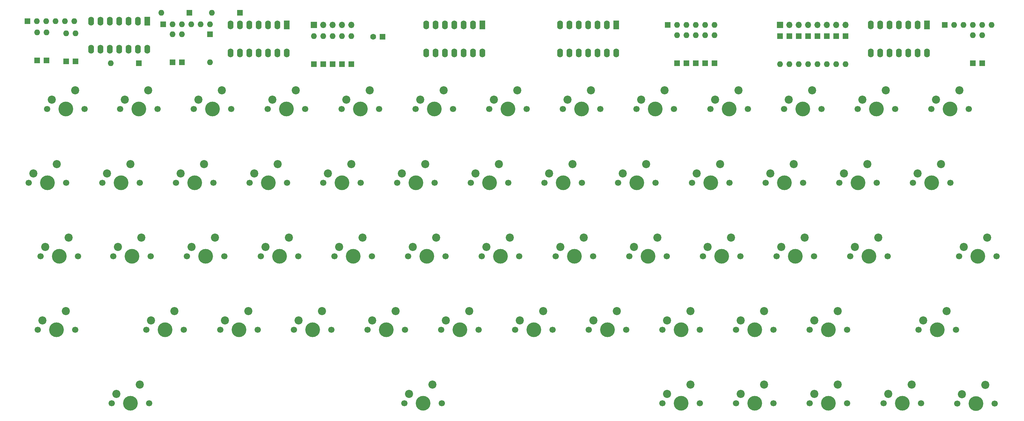
<source format=gbs>
G04 #@! TF.GenerationSoftware,KiCad,Pcbnew,(6.0.10)*
G04 #@! TF.CreationDate,2023-02-24T13:00:27+01:00*
G04 #@! TF.ProjectId,CherryZXKeyboard,43686572-7279-45a5-984b-6579626f6172,rev?*
G04 #@! TF.SameCoordinates,Original*
G04 #@! TF.FileFunction,Soldermask,Bot*
G04 #@! TF.FilePolarity,Negative*
%FSLAX46Y46*%
G04 Gerber Fmt 4.6, Leading zero omitted, Abs format (unit mm)*
G04 Created by KiCad (PCBNEW (6.0.10)) date 2023-02-24 13:00:27*
%MOMM*%
%LPD*%
G01*
G04 APERTURE LIST*
%ADD10R,1.600000X1.600000*%
%ADD11C,1.600000*%
%ADD12R,1.700000X1.700000*%
%ADD13O,1.700000X1.700000*%
%ADD14O,1.600000X1.600000*%
%ADD15C,1.700000*%
%ADD16C,4.000000*%
%ADD17C,2.200000*%
%ADD18R,1.600000X2.400000*%
%ADD19O,1.600000X2.400000*%
G04 APERTURE END LIST*
D10*
X159078000Y-79548000D03*
D11*
X156578000Y-79548000D03*
D12*
X266948000Y-76354000D03*
D13*
X269488000Y-76354000D03*
X272028000Y-76354000D03*
X274568000Y-76354000D03*
X277108000Y-76354000D03*
X279648000Y-76354000D03*
X282188000Y-76354000D03*
X284728000Y-76354000D03*
D10*
X62732000Y-75338000D03*
D14*
X65272000Y-75338000D03*
X67812000Y-75338000D03*
X70352000Y-75338000D03*
X72892000Y-75338000D03*
X75432000Y-75338000D03*
D10*
X311652000Y-76354000D03*
D14*
X314192000Y-76354000D03*
X316732000Y-76354000D03*
X319272000Y-76354000D03*
X321812000Y-76354000D03*
X324352000Y-76354000D03*
D10*
X99586000Y-76134000D03*
D14*
X102126000Y-76134000D03*
X104666000Y-76134000D03*
X107206000Y-76134000D03*
X109746000Y-76134000D03*
X112286000Y-76134000D03*
D15*
X107920000Y-99214000D03*
D16*
X113000000Y-99214000D03*
D15*
X118080000Y-99214000D03*
D17*
X115540000Y-94134000D03*
X109190000Y-96674000D03*
D16*
X108146000Y-119214000D03*
D15*
X113226000Y-119214000D03*
X103066000Y-119214000D03*
D17*
X110686000Y-114134000D03*
X104336000Y-116674000D03*
D15*
X75751000Y-159214000D03*
D16*
X70671000Y-159214000D03*
D15*
X65591000Y-159214000D03*
D17*
X73211000Y-154134000D03*
X66861000Y-156674000D03*
D16*
X133000000Y-99214000D03*
D15*
X138080000Y-99214000D03*
X127920000Y-99214000D03*
D17*
X135540000Y-94134000D03*
X129190000Y-96674000D03*
D15*
X136226000Y-139214000D03*
X126066000Y-139214000D03*
D16*
X131146000Y-139214000D03*
D17*
X133686000Y-134134000D03*
X127336000Y-136674000D03*
D15*
X125226000Y-159214000D03*
X115066000Y-159214000D03*
D16*
X120146000Y-159214000D03*
D17*
X122686000Y-154134000D03*
X116336000Y-156674000D03*
D16*
X153146000Y-99214000D03*
D15*
X158226000Y-99214000D03*
X148066000Y-99214000D03*
D17*
X155686000Y-94134000D03*
X149336000Y-96674000D03*
D16*
X151146000Y-139214000D03*
D15*
X146066000Y-139214000D03*
X156226000Y-139214000D03*
D17*
X153686000Y-134134000D03*
X147336000Y-136674000D03*
D16*
X140146000Y-159214000D03*
D15*
X145226000Y-159214000D03*
X135066000Y-159214000D03*
D17*
X142686000Y-154134000D03*
X136336000Y-156674000D03*
D15*
X168066000Y-99214000D03*
D16*
X173146000Y-99214000D03*
D15*
X178226000Y-99214000D03*
D17*
X175686000Y-94134000D03*
X169336000Y-96674000D03*
D15*
X173226000Y-119214000D03*
D16*
X168146000Y-119214000D03*
D15*
X163066000Y-119214000D03*
D17*
X170686000Y-114134000D03*
X164336000Y-116674000D03*
D15*
X166066000Y-139214000D03*
D16*
X171146000Y-139214000D03*
D15*
X176226000Y-139214000D03*
D17*
X173686000Y-134134000D03*
X167336000Y-136674000D03*
D15*
X165226000Y-159214000D03*
D16*
X160146000Y-159214000D03*
D15*
X155066000Y-159214000D03*
D17*
X162686000Y-154134000D03*
X156336000Y-156674000D03*
D16*
X193146000Y-99214000D03*
D15*
X198226000Y-99214000D03*
X188066000Y-99214000D03*
D17*
X195686000Y-94134000D03*
X189336000Y-96674000D03*
D15*
X193226000Y-119214000D03*
X183066000Y-119214000D03*
D16*
X188146000Y-119214000D03*
D17*
X190686000Y-114134000D03*
X184336000Y-116674000D03*
D16*
X180146000Y-159214000D03*
D15*
X175066000Y-159214000D03*
X185226000Y-159214000D03*
D17*
X182686000Y-154134000D03*
X176336000Y-156674000D03*
D15*
X218226000Y-99214000D03*
D16*
X213146000Y-99214000D03*
D15*
X208066000Y-99214000D03*
D17*
X215686000Y-94134000D03*
X209336000Y-96674000D03*
D15*
X213226000Y-119214000D03*
X203066000Y-119214000D03*
D16*
X208146000Y-119214000D03*
D17*
X210686000Y-114134000D03*
X204336000Y-116674000D03*
D15*
X206066000Y-139214000D03*
D16*
X211146000Y-139214000D03*
D15*
X216226000Y-139214000D03*
D17*
X213686000Y-134134000D03*
X207336000Y-136674000D03*
D15*
X195066000Y-159214000D03*
X205226000Y-159214000D03*
D16*
X200146000Y-159214000D03*
D17*
X202686000Y-154134000D03*
X196336000Y-156674000D03*
D16*
X233146000Y-99214000D03*
D15*
X228066000Y-99214000D03*
X238226000Y-99214000D03*
D17*
X235686000Y-94134000D03*
X229336000Y-96674000D03*
D15*
X233226000Y-119214000D03*
D16*
X228146000Y-119214000D03*
D15*
X223066000Y-119214000D03*
D17*
X230686000Y-114134000D03*
X224336000Y-116674000D03*
D16*
X231146000Y-139214000D03*
D15*
X236226000Y-139214000D03*
X226066000Y-139214000D03*
D17*
X233686000Y-134134000D03*
X227336000Y-136674000D03*
D16*
X220146000Y-159214000D03*
D15*
X215066000Y-159214000D03*
X225226000Y-159214000D03*
D17*
X222686000Y-154134000D03*
X216336000Y-156674000D03*
D15*
X258226000Y-99214000D03*
D16*
X253146000Y-99214000D03*
D15*
X248066000Y-99214000D03*
D17*
X255686000Y-94134000D03*
X249336000Y-96674000D03*
D16*
X248146000Y-119214000D03*
D15*
X253226000Y-119214000D03*
X243066000Y-119214000D03*
D17*
X250686000Y-114134000D03*
X244336000Y-116674000D03*
D16*
X251146000Y-139214000D03*
D15*
X246066000Y-139214000D03*
X256226000Y-139214000D03*
D17*
X253686000Y-134134000D03*
X247336000Y-136674000D03*
D15*
X245226000Y-159214000D03*
D16*
X240146000Y-159214000D03*
D15*
X235066000Y-159214000D03*
D17*
X242686000Y-154134000D03*
X236336000Y-156674000D03*
D16*
X293146000Y-99214000D03*
D15*
X298226000Y-99214000D03*
X288066000Y-99214000D03*
D17*
X295686000Y-94134000D03*
X289336000Y-96674000D03*
D15*
X266066000Y-139214000D03*
X276226000Y-139214000D03*
D16*
X271146000Y-139214000D03*
D17*
X273686000Y-134134000D03*
X267336000Y-136674000D03*
D15*
X325226000Y-179294000D03*
D16*
X320146000Y-179294000D03*
D15*
X315066000Y-179294000D03*
D17*
X322686000Y-174214000D03*
X316336000Y-176754000D03*
D15*
X273226000Y-119214000D03*
X263066000Y-119214000D03*
D16*
X268146000Y-119214000D03*
D17*
X270686000Y-114134000D03*
X264336000Y-116674000D03*
D16*
X288146000Y-119214000D03*
D15*
X283066000Y-119214000D03*
X293226000Y-119214000D03*
D17*
X290686000Y-114134000D03*
X284336000Y-116674000D03*
D15*
X165066000Y-179214000D03*
D16*
X170146000Y-179214000D03*
D15*
X175226000Y-179214000D03*
D17*
X172686000Y-174134000D03*
X166336000Y-176674000D03*
D16*
X309621000Y-159214000D03*
D15*
X314701000Y-159214000D03*
X304541000Y-159214000D03*
D17*
X312161000Y-154134000D03*
X305811000Y-156674000D03*
D16*
X291146000Y-139214000D03*
D15*
X296226000Y-139214000D03*
X286066000Y-139214000D03*
D17*
X293686000Y-134134000D03*
X287336000Y-136674000D03*
D15*
X313226000Y-119214000D03*
X303066000Y-119214000D03*
D16*
X308146000Y-119214000D03*
D17*
X310686000Y-114134000D03*
X304336000Y-116674000D03*
D15*
X265226000Y-159214000D03*
X255066000Y-159214000D03*
D16*
X260146000Y-159214000D03*
D17*
X262686000Y-154134000D03*
X256336000Y-156674000D03*
D15*
X105226000Y-159214000D03*
D16*
X100146000Y-159214000D03*
D15*
X95066000Y-159214000D03*
D17*
X102686000Y-154134000D03*
X96336000Y-156674000D03*
D15*
X245226000Y-179214000D03*
X235066000Y-179214000D03*
D16*
X240146000Y-179214000D03*
D17*
X242686000Y-174134000D03*
X236336000Y-176674000D03*
D15*
X265226000Y-179214000D03*
D16*
X260146000Y-179214000D03*
D15*
X255066000Y-179214000D03*
D17*
X262686000Y-174134000D03*
X256336000Y-176674000D03*
D15*
X83066000Y-119214000D03*
D16*
X88146000Y-119214000D03*
D15*
X93226000Y-119214000D03*
D17*
X90686000Y-114134000D03*
X84336000Y-116674000D03*
D16*
X68146000Y-119214000D03*
D15*
X73226000Y-119214000D03*
X63066000Y-119214000D03*
D17*
X70686000Y-114134000D03*
X64336000Y-116674000D03*
D15*
X66288000Y-139214000D03*
X76448000Y-139214000D03*
D16*
X71368000Y-139214000D03*
D17*
X73908000Y-134134000D03*
X67558000Y-136674000D03*
D15*
X98080000Y-99214000D03*
D16*
X93000000Y-99214000D03*
D15*
X87920000Y-99214000D03*
D17*
X95540000Y-94134000D03*
X89190000Y-96674000D03*
D16*
X280146000Y-179214000D03*
D15*
X275066000Y-179214000D03*
X285226000Y-179214000D03*
D17*
X282686000Y-174134000D03*
X276336000Y-176674000D03*
D16*
X280146000Y-159214000D03*
D15*
X275066000Y-159214000D03*
X285226000Y-159214000D03*
D17*
X282686000Y-154134000D03*
X276336000Y-156674000D03*
D15*
X295066000Y-179214000D03*
D16*
X300146000Y-179214000D03*
D15*
X305226000Y-179214000D03*
D17*
X302686000Y-174134000D03*
X296336000Y-176674000D03*
D16*
X91146000Y-139214000D03*
D15*
X96226000Y-139214000D03*
X86066000Y-139214000D03*
D17*
X93686000Y-134134000D03*
X87336000Y-136674000D03*
D15*
X318226000Y-99214000D03*
X308066000Y-99214000D03*
D16*
X313146000Y-99214000D03*
D17*
X315686000Y-94134000D03*
X309336000Y-96674000D03*
D18*
X222503000Y-76339000D03*
D19*
X219963000Y-76339000D03*
X217423000Y-76339000D03*
X214883000Y-76339000D03*
X212343000Y-76339000D03*
X209803000Y-76339000D03*
X207263000Y-76339000D03*
X207263000Y-83959000D03*
X209803000Y-83959000D03*
X212343000Y-83959000D03*
X214883000Y-83959000D03*
X217423000Y-83959000D03*
X219963000Y-83959000D03*
X222503000Y-83959000D03*
D18*
X133090000Y-76354000D03*
D19*
X130550000Y-76354000D03*
X128010000Y-76354000D03*
X125470000Y-76354000D03*
X122930000Y-76354000D03*
X120390000Y-76354000D03*
X117850000Y-76354000D03*
X117850000Y-83974000D03*
X120390000Y-83974000D03*
X122930000Y-83974000D03*
X125470000Y-83974000D03*
X128010000Y-83974000D03*
X130550000Y-83974000D03*
X133090000Y-83974000D03*
D18*
X306831000Y-76339000D03*
D19*
X304291000Y-76339000D03*
X301751000Y-76339000D03*
X299211000Y-76339000D03*
X296671000Y-76339000D03*
X294131000Y-76339000D03*
X291591000Y-76339000D03*
X291591000Y-83959000D03*
X294131000Y-83959000D03*
X296671000Y-83959000D03*
X299211000Y-83959000D03*
X301751000Y-83959000D03*
X304291000Y-83959000D03*
X306831000Y-83959000D03*
D18*
X186181000Y-76339000D03*
D19*
X183641000Y-76339000D03*
X181101000Y-76339000D03*
X178561000Y-76339000D03*
X176021000Y-76339000D03*
X173481000Y-76339000D03*
X170941000Y-76339000D03*
X170941000Y-83959000D03*
X173481000Y-83959000D03*
X176021000Y-83959000D03*
X178561000Y-83959000D03*
X181101000Y-83959000D03*
X183641000Y-83959000D03*
X186181000Y-83959000D03*
D12*
X140456000Y-76354000D03*
D13*
X142996000Y-76354000D03*
X145536000Y-76354000D03*
X148076000Y-76354000D03*
X150616000Y-76354000D03*
D15*
X186066000Y-139214000D03*
X196226000Y-139214000D03*
D16*
X191146000Y-139214000D03*
D17*
X193686000Y-134134000D03*
X187336000Y-136674000D03*
D15*
X268066000Y-99214000D03*
D16*
X273146000Y-99214000D03*
D15*
X278226000Y-99214000D03*
D17*
X275686000Y-94134000D03*
X269336000Y-96674000D03*
D15*
X116226000Y-139214000D03*
X106066000Y-139214000D03*
D16*
X111146000Y-139214000D03*
D17*
X113686000Y-134134000D03*
X107336000Y-136674000D03*
D16*
X73146000Y-99214000D03*
D15*
X78226000Y-99214000D03*
X68066000Y-99214000D03*
D17*
X75686000Y-94134000D03*
X69336000Y-96674000D03*
D15*
X315541000Y-139214000D03*
D16*
X320621000Y-139214000D03*
D15*
X325701000Y-139214000D03*
D17*
X323161000Y-134134000D03*
X316811000Y-136674000D03*
D10*
X236468000Y-76354000D03*
D14*
X239008000Y-76354000D03*
X241548000Y-76354000D03*
X244088000Y-76354000D03*
X246628000Y-76354000D03*
X249168000Y-76354000D03*
D16*
X90671000Y-179214000D03*
D15*
X85591000Y-179214000D03*
X95751000Y-179214000D03*
D17*
X93211000Y-174134000D03*
X86861000Y-176674000D03*
D15*
X133226000Y-119214000D03*
X123066000Y-119214000D03*
D16*
X128146000Y-119214000D03*
D17*
X130686000Y-114134000D03*
X124336000Y-116674000D03*
D15*
X143066000Y-119214000D03*
D16*
X148146000Y-119214000D03*
D15*
X153226000Y-119214000D03*
D17*
X150686000Y-114134000D03*
X144336000Y-116674000D03*
D18*
X95311000Y-75309000D03*
D19*
X92771000Y-75309000D03*
X90231000Y-75309000D03*
X87691000Y-75309000D03*
X85151000Y-75309000D03*
X82611000Y-75309000D03*
X80071000Y-75309000D03*
X80071000Y-82929000D03*
X82611000Y-82929000D03*
X85151000Y-82929000D03*
X87691000Y-82929000D03*
X90231000Y-82929000D03*
X92771000Y-82929000D03*
X95311000Y-82929000D03*
D10*
X75840000Y-86226000D03*
D14*
X75840000Y-78606000D03*
D10*
X269488000Y-79402000D03*
D14*
X269488000Y-87022000D03*
D10*
X73300000Y-86226000D03*
D14*
X73300000Y-78606000D03*
D10*
X266948000Y-79402000D03*
D14*
X266948000Y-87022000D03*
D10*
X112262000Y-78894000D03*
D14*
X112262000Y-86514000D03*
D10*
X92958000Y-86768000D03*
D14*
X85338000Y-86768000D03*
D10*
X102102000Y-86514000D03*
D14*
X102102000Y-78894000D03*
D10*
X279648000Y-79402000D03*
D14*
X279648000Y-87022000D03*
D10*
X277108000Y-79402000D03*
D14*
X277108000Y-87022000D03*
D10*
X140456000Y-87022000D03*
D14*
X140456000Y-79402000D03*
D10*
X65426000Y-85972000D03*
D14*
X65426000Y-78352000D03*
D10*
X321812000Y-86768000D03*
D14*
X321812000Y-79148000D03*
D10*
X120390000Y-73052000D03*
D14*
X112770000Y-73052000D03*
D10*
X246628000Y-86768000D03*
D14*
X246628000Y-79148000D03*
D10*
X272028000Y-79402000D03*
D14*
X272028000Y-87022000D03*
D10*
X274568000Y-79402000D03*
D14*
X274568000Y-87022000D03*
D10*
X106674000Y-73052000D03*
D14*
X99054000Y-73052000D03*
D10*
X67966000Y-85972000D03*
D14*
X67966000Y-78352000D03*
D10*
X319272000Y-86768000D03*
D14*
X319272000Y-79148000D03*
D10*
X244088000Y-86768000D03*
D14*
X244088000Y-79148000D03*
D10*
X104686000Y-86514000D03*
D14*
X104686000Y-78894000D03*
D10*
X148076000Y-87022000D03*
D14*
X148076000Y-79402000D03*
D10*
X249168000Y-86768000D03*
D14*
X249168000Y-79148000D03*
D10*
X284728000Y-79402000D03*
D14*
X284728000Y-87022000D03*
D10*
X150616000Y-87022000D03*
D14*
X150616000Y-79402000D03*
D10*
X239008000Y-86768000D03*
D14*
X239008000Y-79148000D03*
D10*
X142996000Y-87022000D03*
D14*
X142996000Y-79402000D03*
D10*
X241548000Y-86768000D03*
D14*
X241548000Y-79148000D03*
D10*
X145536000Y-87022000D03*
D14*
X145536000Y-79402000D03*
D10*
X282188000Y-79402000D03*
D14*
X282188000Y-87022000D03*
M02*

</source>
